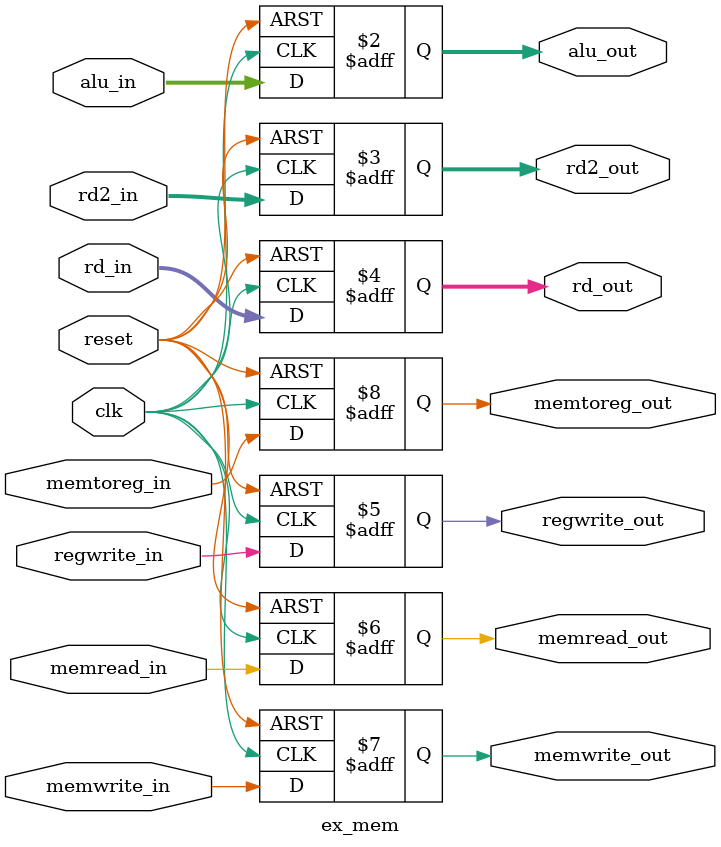
<source format=v>
`timescale 1ns/1ps
module ex_mem(
    input clk, reset,
    input [31:0] alu_in, rd2_in,
    input [4:0] rd_in,
    input regwrite_in, memread_in, memwrite_in, memtoreg_in,
    output reg [31:0] alu_out, rd2_out,
    output reg [4:0] rd_out,
    output reg regwrite_out, memread_out, memwrite_out, memtoreg_out
);

always @(posedge clk or posedge reset) begin
    if(reset) begin
        alu_out<=0; rd2_out<=0; rd_out<=0;
        regwrite_out<=0; memread_out<=0;
        memwrite_out<=0; memtoreg_out<=0;
    end else begin
        alu_out<=alu_in;
        rd2_out<=rd2_in;
        rd_out<=rd_in;
        regwrite_out<=regwrite_in;
        memread_out<=memread_in;
        memwrite_out<=memwrite_in;
        memtoreg_out<=memtoreg_in;
    end
end

endmodule

</source>
